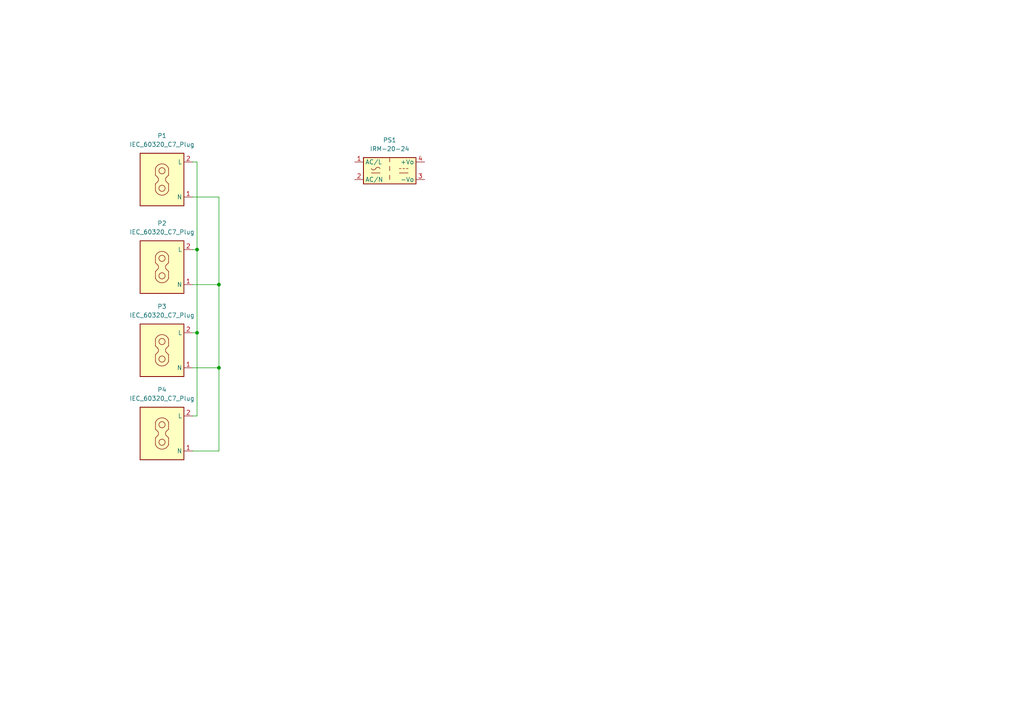
<source format=kicad_sch>
(kicad_sch (version 20250114) (generator "eeschema") (generator_version "9.0")
  (paper "A4")
  (lib_symbols
    (symbol "Connector:IEC_60320_C7_Plug"
      (property "Reference" "P" (at -5.842 8.636 0))
      (property "Value" "IEC_60320_C7_Plug" (at 0 -9.144 0))
      (symbol "IEC_60320_C7_Plug_0_1"
        (arc (start -1.27 0.635) (mid -1.007 0) (end -1.27 -0.635))
        (polyline (pts (xy -1.905 1.27) (xy -1.905 3.175)))
        (polyline (pts (xy -1.905 -1.27) (xy -1.905 -3.175)))
        (polyline (pts (xy -1.27 -0.635) (xy -1.905 -1.27)))
        (arc (start -1.905 3.175) (mid 0 4.548) (end 1.905 3.175))
        (arc (start 1.905 -3.175) (mid 0 -4.548) (end -1.905 -3.175))
        (polyline (pts (xy 1.27 0.635) (xy 1.905 1.27)))
        (polyline (pts (xy 1.27 -0.635) (xy 1.905 -1.27)))
        (polyline (pts (xy 1.905 1.27) (xy 1.905 3.175)))
        (arc (start 1.27 -0.635) (mid 1.007 0) (end 1.27 0.635))
        (polyline (pts (xy 1.905 -1.27) (xy 1.905 -3.175)))
      )
      (symbol "IEC_60320_C7_Plug_1_1"
        (polyline (pts (xy -6.35 7.62) (xy 6.35 7.62) (xy 6.35 -7.62) (xy -6.35 -7.62) (xy -6.35 7.62)) (stroke (width 0.254)) (fill (type background)))
        (polyline (pts (xy -1.27 0.635) (xy -1.905 1.27)) (fill (type background)))
        (circle (center 0 2.54) (radius 0.898) (fill (type background)))
        (circle (center 0 -2.54) (radius 0.898) (fill (type background)))
        (pin power_in line (at 8.89 5.08 180) (length 2.54) (name "L") (number "2"))
        (pin power_in line (at 8.89 -5.08 180) (length 2.54) (name "N") (number "1"))
      )
    )
    (symbol "Converter_ACDC:IRM-20-24"
      (property "Reference" "PS" (at 0 5.08 0))
      (property "Value" "IRM-20-24" (at 0 -5.08 0))
      (symbol "IRM-20-24_0_1"
        (rectangle (start -7.62 3.81) (end 7.62 -3.81) (stroke (width 0.254)) (fill (type background)))
        (polyline (pts (xy -5.334 -0.635) (xy -2.794 -0.635)))
        (arc (start -4.064 0.635) (mid -4.699 0.2495) (end -5.334 0.635))
        (arc (start -4.064 0.635) (mid -3.429 1.0072) (end -2.794 0.635))
        (polyline (pts (xy 0 3.81) (xy 0 2.54)))
        (polyline (pts (xy 0 1.27) (xy 0 0)))
        (polyline (pts (xy 0 -1.27) (xy 0 -2.54)))
        (polyline (pts (xy 2.794 0.635) (xy 3.302 0.635)))
        (polyline (pts (xy 2.794 -0.635) (xy 5.334 -0.635)))
        (polyline (pts (xy 3.81 0.635) (xy 4.318 0.635)))
        (polyline (pts (xy 4.826 0.635) (xy 5.334 0.635)))
      )
      (symbol "IRM-20-24_1_1"
        (pin power_in line (at -10.16 2.54 0) (length 2.54) (name "AC/L") (number "1"))
        (pin power_in line (at -10.16 -2.54 0) (length 2.54) (name "AC/N") (number "2"))
        (pin power_out line (at 10.16 2.54 180) (length 2.54) (name "+Vo") (number "4"))
        (pin power_out line (at 10.16 -2.54 180) (length 2.54) (name "-Vo") (number "3"))
      )
    )
  )
  (junction (at 63.5 106.68))
  (junction (at 57.15 72.39))
  (junction (at 57.15 96.52))
  (junction (at 63.5 82.55))
  (wire (pts (xy 57.15 72.39) (xy 57.15 46.99)))
  (wire (pts (xy 57.15 96.52) (xy 57.15 72.39)))
  (wire (pts (xy 63.5 82.55) (xy 55.88 82.55)))
  (wire (pts (xy 55.88 120.65) (xy 57.15 120.65)))
  (wire (pts (xy 63.5 130.81) (xy 55.88 130.81)))
  (wire (pts (xy 57.15 72.39) (xy 55.88 72.39)))
  (wire (pts (xy 57.15 120.65) (xy 57.15 96.52)))
  (wire (pts (xy 63.5 106.68) (xy 63.5 130.81)))
  (wire (pts (xy 57.15 96.52) (xy 55.88 96.52)))
  (wire (pts (xy 55.88 57.15) (xy 63.5 57.15)))
  (wire (pts (xy 63.5 82.55) (xy 63.5 106.68)))
  (wire (pts (xy 63.5 57.15) (xy 63.5 82.55)))
  (wire (pts (xy 63.5 106.68) (xy 55.88 106.68)))
  (wire (pts (xy 57.15 46.99) (xy 55.88 46.99)))
  (symbol (lib_id "Connector:IEC_60320_C7_Plug") (at 46.99 101.6 0) (unit 1)
    (property "Reference" "P3" (at 46.99 88.9 0))
    (property "Value" "IEC_60320_C7_Plug" (at 46.99 91.44 0))
    (property "Description" "C7 coupler, 2,5 A max" (effects (hide yes)))
  )
  (symbol (lib_id "Connector:IEC_60320_C7_Plug") (at 46.99 52.07 0) (unit 1)
    (property "Reference" "P1" (at 46.99 39.37 0))
    (property "Value" "IEC_60320_C7_Plug" (at 46.99 41.91 0))
    (property "Description" "C7 coupler, 2,5 A max" (effects (hide yes)))
  )
  (symbol (lib_id "Converter_ACDC:IRM-20-24") (at 113.03 49.53 0) (unit 1)
    (property "Reference" "PS1" (at 113.03 40.64 0))
    (property "Value" "IRM-20-24" (at 113.03 43.18 0))
    (property "Footprint" "Converter_ACDC:Converter_ACDC_MeanWell_IRM-20-xx_THT" (effects (hide yes)))
    (property "Datasheet" "http://www.meanwell.com/Upload/PDF/IRM-20/IRM-20-SPEC.PDF" (effects (hide yes)))
    (property "Description" "24V, 900mA, 21.6W, Isolated, AC-DC, 219A(IRM20)" (effects (hide yes)))
  )
  (symbol (lib_id "Connector:IEC_60320_C7_Plug") (at 46.99 77.47 0) (unit 1)
    (property "Reference" "P2" (at 46.99 64.77 0))
    (property "Value" "IEC_60320_C7_Plug" (at 46.99 67.31 0))
    (property "Description" "C7 coupler, 2,5 A max" (effects (hide yes)))
  )
  (symbol (lib_id "Connector:IEC_60320_C7_Plug") (at 46.99 125.73 0) (unit 1)
    (property "Reference" "P4" (at 46.99 113.03 0))
    (property "Value" "IEC_60320_C7_Plug" (at 46.99 115.57 0))
    (property "Description" "C7 coupler, 2,5 A max" (effects (hide yes)))
  )
)
</source>
